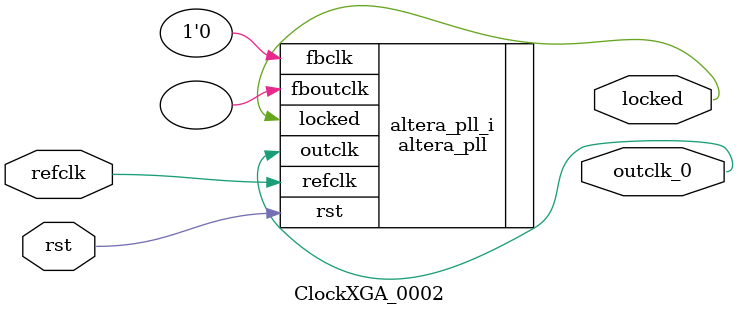
<source format=v>
`timescale 1ns/10ps
module  ClockXGA_0002(

	// interface 'refclk'
	input wire refclk,

	// interface 'reset'
	input wire rst,

	// interface 'outclk0'
	output wire outclk_0,

	// interface 'locked'
	output wire locked
);

	altera_pll #(
		.fractional_vco_multiplier("false"),
		.reference_clock_frequency("50.0 MHz"),
		.operation_mode("direct"),
		.number_of_clocks(1),
		.output_clock_frequency0("108.000000 MHz"),
		.phase_shift0("0 ps"),
		.duty_cycle0(50),
		.output_clock_frequency1("0 MHz"),
		.phase_shift1("0 ps"),
		.duty_cycle1(50),
		.output_clock_frequency2("0 MHz"),
		.phase_shift2("0 ps"),
		.duty_cycle2(50),
		.output_clock_frequency3("0 MHz"),
		.phase_shift3("0 ps"),
		.duty_cycle3(50),
		.output_clock_frequency4("0 MHz"),
		.phase_shift4("0 ps"),
		.duty_cycle4(50),
		.output_clock_frequency5("0 MHz"),
		.phase_shift5("0 ps"),
		.duty_cycle5(50),
		.output_clock_frequency6("0 MHz"),
		.phase_shift6("0 ps"),
		.duty_cycle6(50),
		.output_clock_frequency7("0 MHz"),
		.phase_shift7("0 ps"),
		.duty_cycle7(50),
		.output_clock_frequency8("0 MHz"),
		.phase_shift8("0 ps"),
		.duty_cycle8(50),
		.output_clock_frequency9("0 MHz"),
		.phase_shift9("0 ps"),
		.duty_cycle9(50),
		.output_clock_frequency10("0 MHz"),
		.phase_shift10("0 ps"),
		.duty_cycle10(50),
		.output_clock_frequency11("0 MHz"),
		.phase_shift11("0 ps"),
		.duty_cycle11(50),
		.output_clock_frequency12("0 MHz"),
		.phase_shift12("0 ps"),
		.duty_cycle12(50),
		.output_clock_frequency13("0 MHz"),
		.phase_shift13("0 ps"),
		.duty_cycle13(50),
		.output_clock_frequency14("0 MHz"),
		.phase_shift14("0 ps"),
		.duty_cycle14(50),
		.output_clock_frequency15("0 MHz"),
		.phase_shift15("0 ps"),
		.duty_cycle15(50),
		.output_clock_frequency16("0 MHz"),
		.phase_shift16("0 ps"),
		.duty_cycle16(50),
		.output_clock_frequency17("0 MHz"),
		.phase_shift17("0 ps"),
		.duty_cycle17(50),
		.pll_type("General"),
		.pll_subtype("General")
	) altera_pll_i (
		.rst	(rst),
		.outclk	({outclk_0}),
		.locked	(locked),
		.fboutclk	( ),
		.fbclk	(1'b0),
		.refclk	(refclk)
	);
endmodule


</source>
